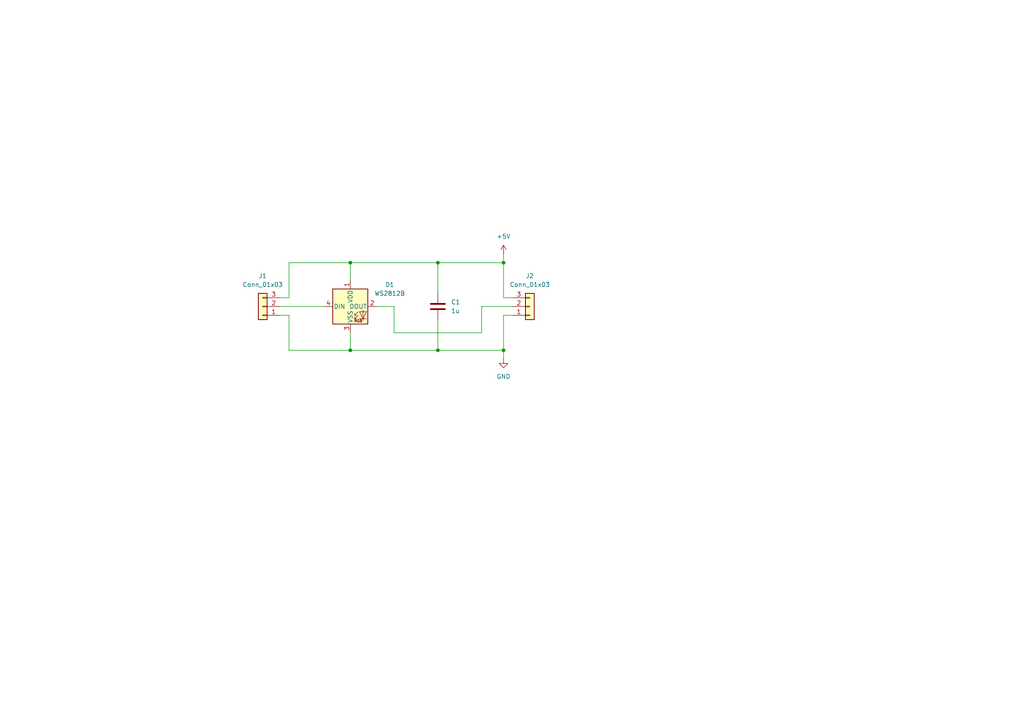
<source format=kicad_sch>
(kicad_sch (version 20231120) (generator "eeschema") (generator_version "8.0")
  (paper "A4")
  (lib_symbols
    (symbol "Connector_Generic:Conn_01x03" (pin_names (offset 1.016) hide)
      (property "Reference" "J" (at 0 5.08 0))
      (property "Value" "Conn_01x03" (at 0 -5.08 0))
      (symbol "Conn_01x03_1_1"
        (rectangle (start -1.27 -2.413) (end 0 -2.667) (stroke (width 0.1524)))
        (rectangle (start -1.27 0.127) (end 0 -0.127) (stroke (width 0.1524)))
        (rectangle (start -1.27 2.667) (end 0 2.413) (stroke (width 0.1524)))
        (rectangle (start -1.27 3.81) (end 1.27 -3.81) (stroke (width 0.254)) (fill (type background)))
        (pin passive line (at -5.08 2.54 0) (length 3.81) (name "Pin_1") (number "1"))
        (pin passive line (at -5.08 0 0) (length 3.81) (name "Pin_2") (number "2"))
        (pin passive line (at -5.08 -2.54 0) (length 3.81) (name "Pin_3") (number "3"))
      )
    )
    (symbol "Device:C" (pin_numbers hide) (pin_names (offset 0.254))
      (property "Reference" "C" (at 0.635 2.54 0))
      (property "Value" "C" (at 0.635 -2.54 0))
      (symbol "C_0_1"
        (polyline (pts (xy -2.032 -0.762) (xy 2.032 -0.762)) (stroke (width 0.508)))
        (polyline (pts (xy -2.032 0.762) (xy 2.032 0.762)) (stroke (width 0.508)))
      )
      (symbol "C_1_1"
        (pin passive line (at 0 3.81 270) (length 2.794) (name "~") (number "1"))
        (pin passive line (at 0 -3.81 90) (length 2.794) (name "~") (number "2"))
      )
    )
    (symbol "LED:WS2812B" (pin_names (offset 0.254))
      (property "Reference" "D" (at 5.08 5.715 0))
      (property "Value" "WS2812B" (at 1.27 -5.715 0))
      (symbol "WS2812B_0_0"
        (text "RGB" (at 2.286 -4.191 0) (effects (font (size 0.762 0.762))))
      )
      (symbol "WS2812B_0_1"
        (polyline (pts (xy 1.27 -3.556) (xy 1.778 -3.556)))
        (polyline (pts (xy 1.27 -2.54) (xy 1.778 -2.54)))
        (polyline (pts (xy 4.699 -3.556) (xy 2.667 -3.556)))
        (polyline (pts (xy 2.286 -2.54) (xy 1.27 -3.556) (xy 1.27 -3.048)))
        (polyline (pts (xy 2.286 -1.524) (xy 1.27 -2.54) (xy 1.27 -2.032)))
        (polyline (pts (xy 3.683 -1.016) (xy 3.683 -3.556) (xy 3.683 -4.064)))
        (polyline (pts (xy 4.699 -1.524) (xy 2.667 -1.524) (xy 3.683 -3.556) (xy 4.699 -1.524)))
        (rectangle (start 5.08 5.08) (end -5.08 -5.08) (stroke (width 0.254)) (fill (type background)))
      )
      (symbol "WS2812B_1_1"
        (pin power_in line (at 0 7.62 270) (length 2.54) (name "VDD") (number "1"))
        (pin output line (at 7.62 0 180) (length 2.54) (name "DOUT") (number "2"))
        (pin power_in line (at 0 -7.62 90) (length 2.54) (name "VSS") (number "3"))
        (pin input line (at -7.62 0 0) (length 2.54) (name "DIN") (number "4"))
      )
    )
    (symbol "power:+5V" (power) (pin_numbers hide) (pin_names (offset 0) hide)
      (property "Value" "+5V" (at 0 3.556 0))
      (symbol "+5V_0_1"
        (polyline (pts (xy -0.762 1.27) (xy 0 2.54)))
        (polyline (pts (xy 0 0) (xy 0 2.54)))
        (polyline (pts (xy 0 2.54) (xy 0.762 1.27)))
      )
      (symbol "+5V_1_1"
        (pin power_in line (at 0 0 90) (length 0) (name "~") (number "1"))
      )
    )
    (symbol "power:GND" (power) (pin_numbers hide) (pin_names (offset 0) hide)
      (property "Value" "GND" (at 0 -3.81 0))
      (symbol "GND_0_1"
        (polyline (pts (xy 0 0) (xy 0 -1.27) (xy 1.27 -1.27) (xy 0 -2.54) (xy -1.27 -1.27) (xy 0 -1.27)))
      )
      (symbol "GND_1_1"
        (pin power_in line (at 0 0 270) (length 0) (name "~") (number "1"))
      )
    )
  )
  (junction (at 127 76.2))
  (junction (at 146.05 101.6))
  (junction (at 101.6 101.6))
  (junction (at 146.05 76.2))
  (junction (at 127 101.6))
  (junction (at 101.6 76.2))
  (wire (pts (xy 139.7 96.52) (xy 114.3 96.52)))
  (wire (pts (xy 146.05 101.6) (xy 146.05 104.14)))
  (wire (pts (xy 146.05 101.6) (xy 146.05 91.44)))
  (wire (pts (xy 81.28 91.44) (xy 83.82 91.44)))
  (wire (pts (xy 127 92.71) (xy 127 101.6)))
  (wire (pts (xy 127 101.6) (xy 146.05 101.6)))
  (wire (pts (xy 83.82 91.44) (xy 83.82 101.6)))
  (wire (pts (xy 146.05 86.36) (xy 148.59 86.36)))
  (wire (pts (xy 83.82 76.2) (xy 83.82 86.36)))
  (wire (pts (xy 148.59 88.9) (xy 139.7 88.9)))
  (wire (pts (xy 101.6 101.6) (xy 101.6 96.52)))
  (wire (pts (xy 83.82 86.36) (xy 81.28 86.36)))
  (wire (pts (xy 127 76.2) (xy 146.05 76.2)))
  (wire (pts (xy 146.05 91.44) (xy 148.59 91.44)))
  (wire (pts (xy 127 76.2) (xy 127 85.09)))
  (wire (pts (xy 127 101.6) (xy 101.6 101.6)))
  (wire (pts (xy 146.05 76.2) (xy 146.05 86.36)))
  (wire (pts (xy 83.82 101.6) (xy 101.6 101.6)))
  (wire (pts (xy 101.6 76.2) (xy 83.82 76.2)))
  (wire (pts (xy 81.28 88.9) (xy 93.98 88.9)))
  (wire (pts (xy 101.6 76.2) (xy 127 76.2)))
  (wire (pts (xy 114.3 96.52) (xy 114.3 88.9)))
  (wire (pts (xy 146.05 73.66) (xy 146.05 76.2)))
  (wire (pts (xy 101.6 81.28) (xy 101.6 76.2)))
  (wire (pts (xy 114.3 88.9) (xy 109.22 88.9)))
  (wire (pts (xy 139.7 88.9) (xy 139.7 96.52)))
  (symbol (lib_id "Connector_Generic:Conn_01x03") (at 153.67 88.9 0) (mirror x) (unit 1)
    (property "Reference" "J2" (at 153.67 80.01 0))
    (property "Value" "Conn_01x03" (at 153.67 82.55 0))
    (property "Footprint" "WS2812B_Strip:strip_end" (effects (hide yes)))
    (property "Description" "Generic connector, single row, 01x03, script generated (kicad-library-utils/schlib/autogen/connector/)" (effects (hide yes)))
  )
  (symbol (lib_id "Connector_Generic:Conn_01x03") (at 76.2 88.9 180) (unit 1)
    (property "Reference" "J1" (at 76.2 80.01 0))
    (property "Value" "Conn_01x03" (at 76.2 82.55 0))
    (property "Footprint" "WS2812B_Strip:strip_begin" (effects (hide yes)))
    (property "Description" "Generic connector, single row, 01x03, script generated (kicad-library-utils/schlib/autogen/connector/)" (effects (hide yes)))
  )
  (symbol (lib_id "LED:WS2812B") (at 101.6 88.9 0) (unit 1)
    (property "Reference" "D1" (at 113.03 82.5814 0))
    (property "Value" "WS2812B" (at 113.03 85.1214 0))
    (property "Footprint" "LED_SMD:LED_WS2812B_PLCC4_5.0x5.0mm_P3.2mm" (effects (hide yes)))
    (property "Datasheet" "https://cdn-shop.adafruit.com/datasheets/WS2812B.pdf" (effects (hide yes)))
    (property "Description" "RGB LED with integrated controller" (effects (hide yes)))
    (property "LCSC" "C2843785" (effects (hide yes)))
  )
  (symbol (lib_id "power:GND") (at 146.05 104.14 0) (unit 1)
    (property "Reference" "#PWR01" (effects (hide yes)))
    (property "Value" "GND" (at 146.05 109.22 0))
    (property "Description" "Power symbol creates a global label with name \"GND\" , ground" (effects (hide yes)))
  )
  (symbol (lib_id "Device:C") (at 127 88.9 0) (unit 1)
    (property "Reference" "C1" (at 130.81 87.6299 0) (effects (justify left)))
    (property "Value" "1u" (at 130.81 90.1699 0) (effects (justify left)))
    (property "Footprint" "Capacitor_SMD:C_0603_1608Metric" (effects (hide yes)))
    (property "Description" "Unpolarized capacitor" (effects (hide yes)))
    (property "LCSC" "C15849" (effects (hide yes)))
  )
  (symbol (lib_id "power:+5V") (at 146.05 73.66 0) (unit 1)
    (property "Reference" "#PWR02" (effects (hide yes)))
    (property "Value" "+5V" (at 146.05 68.58 0))
    (property "Description" "Power symbol creates a global label with name \"+5V\"" (effects (hide yes)))
  )
)
</source>
